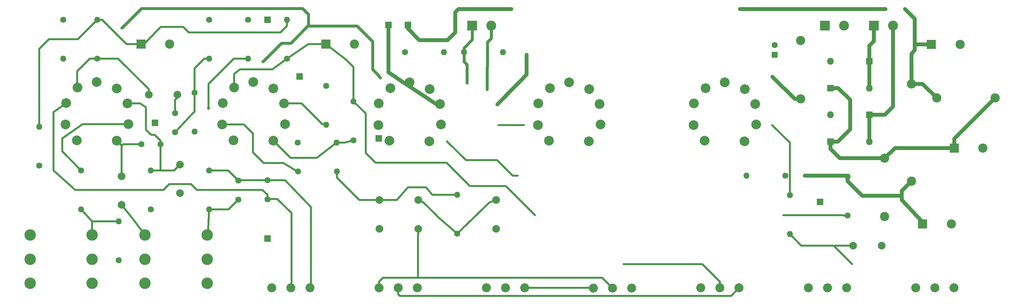
<source format=gtl>
G04 #@! TF.GenerationSoftware,KiCad,Pcbnew,(5.1.4)-1*
G04 #@! TF.CreationDate,2019-12-03T00:22:22+01:00*
G04 #@! TF.ProjectId,pp,70702e6b-6963-4616-945f-706362585858,rev?*
G04 #@! TF.SameCoordinates,Original*
G04 #@! TF.FileFunction,Copper,L1,Top*
G04 #@! TF.FilePolarity,Positive*
%FSLAX46Y46*%
G04 Gerber Fmt 4.6, Leading zero omitted, Abs format (unit mm)*
G04 Created by KiCad (PCBNEW (5.1.4)-1) date 2019-12-03 00:22:22*
%MOMM*%
%LPD*%
G04 APERTURE LIST*
%ADD10C,2.540000*%
%ADD11C,2.340000*%
%ADD12O,1.600000X1.600000*%
%ADD13C,1.600000*%
%ADD14O,2.400000X2.400000*%
%ADD15C,2.400000*%
%ADD16R,2.400000X2.400000*%
%ADD17C,3.000000*%
%ADD18C,2.000000*%
%ADD19C,2.600000*%
%ADD20R,2.600000X2.600000*%
%ADD21R,1.700000X1.700000*%
%ADD22R,1.800000X1.800000*%
%ADD23O,1.800000X1.800000*%
%ADD24R,1.600000X1.600000*%
%ADD25C,0.800000*%
%ADD26C,0.500000*%
%ADD27C,0.750000*%
%ADD28C,1.000000*%
G04 APERTURE END LIST*
D10*
X239144000Y-80419000D03*
X239394000Y-85796000D03*
X236398000Y-76542000D03*
X231140000Y-74788000D03*
X226136000Y-76288000D03*
X223136000Y-80292000D03*
X223013000Y-85923000D03*
X236347000Y-90170000D03*
X225933000Y-90043000D03*
D11*
X291000000Y-128500000D03*
X286000000Y-128500000D03*
X281000000Y-128500000D03*
X263000000Y-128500000D03*
X258000000Y-128500000D03*
X253000000Y-128500000D03*
D10*
X143637000Y-90043000D03*
X154051000Y-90170000D03*
X140717000Y-85923000D03*
X140840000Y-80292000D03*
X143840000Y-76288000D03*
X148844000Y-74788000D03*
X154102000Y-76542000D03*
X157098000Y-85796000D03*
X156848000Y-80419000D03*
D12*
X116840000Y-58420000D03*
D13*
X116840000Y-68580000D03*
D14*
X301752000Y-78867000D03*
D15*
X286512000Y-78867000D03*
D14*
X279908000Y-75184000D03*
D15*
X279908000Y-100584000D03*
D14*
X272923000Y-94615000D03*
D15*
X272923000Y-109855000D03*
X134500000Y-64770000D03*
D16*
X127000000Y-64770000D03*
D17*
X49800000Y-127300000D03*
X49800000Y-121000000D03*
X49800000Y-114700000D03*
X66000000Y-127300000D03*
X66000000Y-121000000D03*
X66000000Y-114700000D03*
X79800000Y-127300000D03*
X79800000Y-121000000D03*
X79800000Y-114700000D03*
X96000000Y-127300000D03*
X96000000Y-121000000D03*
X96000000Y-114700000D03*
D13*
X87630000Y-87804000D03*
X87630000Y-82804000D03*
X111760000Y-105330000D03*
X111760000Y-100330000D03*
D18*
X151130000Y-105530000D03*
X151130000Y-113030000D03*
X171450000Y-113037000D03*
X171450000Y-105537000D03*
X80765000Y-77978000D03*
X88265000Y-77978000D03*
X88900000Y-103766000D03*
X88900000Y-96266000D03*
X73660000Y-106814000D03*
X73660000Y-99314000D03*
X140970000Y-105530000D03*
X140970000Y-113030000D03*
D10*
X61976000Y-89916000D03*
X72390000Y-90043000D03*
X59056000Y-85796000D03*
X59179000Y-80165000D03*
X62179000Y-76161000D03*
X67183000Y-74661000D03*
X72441000Y-76415000D03*
X75437000Y-85669000D03*
X75187000Y-80292000D03*
D19*
X262302000Y-59944000D03*
D20*
X257302000Y-59944000D03*
D15*
X290329000Y-111760000D03*
D16*
X282829000Y-111760000D03*
D15*
X292615000Y-64897000D03*
D16*
X285115000Y-64897000D03*
D15*
X86240000Y-64770000D03*
D16*
X78740000Y-64770000D03*
D15*
X298584000Y-91948000D03*
D16*
X291084000Y-91948000D03*
D21*
X143383000Y-59817000D03*
X111760000Y-115570000D03*
X140843000Y-89408000D03*
X148428000Y-59817000D03*
D10*
X116081000Y-80293000D03*
X116331000Y-85670000D03*
X113335000Y-76416000D03*
X108077000Y-74662000D03*
X103073000Y-76162000D03*
X100073000Y-80166000D03*
X99950000Y-85797000D03*
X113284000Y-90044000D03*
X102870000Y-89917000D03*
D13*
X78867000Y-90932000D03*
X83867000Y-90932000D03*
X104140000Y-105410000D03*
X104140000Y-100410000D03*
D22*
X258789999Y-90264000D03*
D23*
X268949999Y-90264000D03*
X258789999Y-83279000D03*
D22*
X268949999Y-83279000D03*
X258789999Y-76294000D03*
D23*
X268949999Y-76294000D03*
X258789999Y-69309000D03*
D22*
X268949999Y-69309000D03*
D12*
X72898000Y-111125000D03*
D13*
X72898000Y-121285000D03*
D12*
X63119000Y-107950000D03*
D13*
X63119000Y-97790000D03*
D12*
X81280000Y-97790000D03*
D13*
X81280000Y-107950000D03*
X52197000Y-96520000D03*
D12*
X52197000Y-86360000D03*
D13*
X96520000Y-97790000D03*
D12*
X96520000Y-107950000D03*
X58420000Y-68580000D03*
D13*
X58420000Y-58420000D03*
D12*
X67310000Y-58420000D03*
D13*
X67310000Y-68580000D03*
X92710000Y-77470000D03*
D12*
X92710000Y-87630000D03*
D13*
X96520000Y-58420000D03*
D12*
X96520000Y-68580000D03*
X127127000Y-85852000D03*
D13*
X127127000Y-75692000D03*
D12*
X134239000Y-79756000D03*
D13*
X134239000Y-89916000D03*
D12*
X263271000Y-99441000D03*
D13*
X263271000Y-109601000D03*
X106680000Y-58420000D03*
D12*
X106680000Y-68580000D03*
D13*
X161290000Y-114300000D03*
D12*
X161290000Y-104140000D03*
D13*
X248158000Y-104267000D03*
D12*
X248158000Y-114427000D03*
X236855000Y-99187000D03*
D13*
X247015000Y-99187000D03*
D12*
X157861000Y-66929000D03*
D13*
X147701000Y-66929000D03*
X163068000Y-66929000D03*
D12*
X173228000Y-66929000D03*
D10*
X185293000Y-90043000D03*
X195707000Y-90170000D03*
X182373000Y-85923000D03*
X182496000Y-80292000D03*
X185496000Y-76288000D03*
X190500000Y-74788000D03*
X195758000Y-76542000D03*
X198754000Y-85796000D03*
X198504000Y-80419000D03*
D19*
X275129000Y-59944000D03*
D20*
X270129000Y-59944000D03*
X165227000Y-59944000D03*
D19*
X170227000Y-59944000D03*
D21*
X256032000Y-106045000D03*
D18*
X264668000Y-117418959D03*
X272168000Y-117418959D03*
D21*
X111760000Y-58420000D03*
X82423000Y-85344000D03*
X120142000Y-73279000D03*
D13*
X119634000Y-90551000D03*
D12*
X129794000Y-90551000D03*
D13*
X119761000Y-98044000D03*
D12*
X129921000Y-98044000D03*
D11*
X206900000Y-128524000D03*
X201900000Y-128524000D03*
X196900000Y-128524000D03*
X122900000Y-128500000D03*
X117900000Y-128500000D03*
X112900000Y-128500000D03*
X224900000Y-128500000D03*
X229900000Y-128500000D03*
X234900000Y-128500000D03*
X178910000Y-128500000D03*
X173910000Y-128500000D03*
X168910000Y-128500000D03*
X140900000Y-128500000D03*
X145900000Y-128500000D03*
X150900000Y-128500000D03*
D24*
X244221000Y-67564000D03*
D13*
X244221000Y-65064000D03*
D15*
X250952000Y-63881000D03*
D14*
X250952000Y-79121000D03*
D25*
X73787000Y-60579000D03*
X110617000Y-69342000D03*
X141250564Y-73603666D03*
X96393000Y-81534000D03*
D26*
X197076000Y-128500000D02*
X197100000Y-128524000D01*
X178910000Y-128500000D02*
X197076000Y-128500000D01*
D27*
X150900000Y-113260000D02*
X151130000Y-113030000D01*
D26*
X199176000Y-125800000D02*
X201900000Y-128524000D01*
X140900000Y-126829000D02*
X140900000Y-128500000D01*
X141929000Y-125800000D02*
X140900000Y-126829000D01*
X151060000Y-114514213D02*
X151060000Y-125800000D01*
X151130000Y-114444213D02*
X151060000Y-114514213D01*
X151130000Y-113030000D02*
X151130000Y-114444213D01*
X141929000Y-125800000D02*
X151060000Y-125800000D01*
X151060000Y-125800000D02*
X199176000Y-125800000D01*
X76708000Y-110617000D02*
X73660000Y-106814000D01*
X79800000Y-114700000D02*
X76708000Y-110617000D01*
X73660000Y-99314000D02*
X73659999Y-91312999D01*
X73659999Y-91312999D02*
X72390000Y-90043000D01*
X74040998Y-90932000D02*
X73659999Y-91312999D01*
X78867000Y-90932000D02*
X74040998Y-90932000D01*
X83820000Y-97790000D02*
X83820000Y-90043000D01*
X83820000Y-90043000D02*
X82296000Y-88519000D01*
X78514651Y-80292651D02*
X75187000Y-80292000D01*
X80010000Y-81280000D02*
X78514651Y-80292651D01*
X80010000Y-87122000D02*
X80010000Y-81280000D01*
X82296000Y-88519000D02*
X81407000Y-88519000D01*
X81407000Y-88519000D02*
X80010000Y-87122000D01*
X87376000Y-97790000D02*
X88900000Y-96266000D01*
X81280000Y-97790000D02*
X87376000Y-97790000D01*
X101600000Y-107950000D02*
X104140000Y-105410000D01*
X96520000Y-107950000D02*
X101600000Y-107950000D01*
X96520000Y-107950000D02*
X96210000Y-114700000D01*
X101520000Y-97790000D02*
X96520000Y-97790000D01*
X104140000Y-100410000D02*
X101520000Y-97790000D01*
X104220000Y-100330000D02*
X104140000Y-100410000D01*
X111760000Y-100330000D02*
X104220000Y-100330000D01*
X116332000Y-100330000D02*
X111760000Y-100330000D01*
X123142000Y-128500000D02*
X123142000Y-107394000D01*
X123142000Y-107394000D02*
X116332000Y-100330000D01*
X118030000Y-108919000D02*
X118030000Y-128500000D01*
X111760000Y-105283000D02*
X114427000Y-105283000D01*
X114427000Y-105316000D02*
X118030000Y-108919000D01*
X114427000Y-105283000D02*
X114427000Y-105316000D01*
X111760000Y-104198630D02*
X111760000Y-105330000D01*
X110431370Y-102870000D02*
X111760000Y-104198630D01*
X93345000Y-102870000D02*
X110431370Y-102870000D01*
X91821000Y-101346000D02*
X93345000Y-102870000D01*
X55880000Y-82550000D02*
X55880000Y-97790000D01*
X59250000Y-80166000D02*
X55880000Y-82550000D01*
X55880000Y-97790000D02*
X61595000Y-102870000D01*
X61595000Y-102870000D02*
X84582000Y-102870000D01*
X84582000Y-102870000D02*
X86106000Y-101346000D01*
X86106000Y-101346000D02*
X91821000Y-101346000D01*
X87630000Y-79375000D02*
X87630000Y-82550000D01*
X87630000Y-79375000D02*
X89027000Y-77978000D01*
X65405000Y-68580000D02*
X67310000Y-68580000D01*
X62103000Y-76162000D02*
X62103000Y-71882000D01*
X62103000Y-71882000D02*
X65405000Y-68580000D01*
X68441370Y-68580000D02*
X67310000Y-68580000D01*
X72781213Y-68580000D02*
X68441370Y-68580000D01*
X80765000Y-76563787D02*
X72781213Y-68580000D01*
X80765000Y-77978000D02*
X80765000Y-76563787D01*
D28*
X175463009Y-55635010D02*
X175453999Y-55635010D01*
X174888010Y-55635010D02*
X174880010Y-55627010D01*
X175463009Y-55635010D02*
X174888010Y-55635010D01*
X175463009Y-55635010D02*
X175471009Y-55627010D01*
X280797000Y-58166000D02*
X278258010Y-55627010D01*
X235161009Y-55627010D02*
X273178010Y-55627010D01*
X174253010Y-55635010D02*
X174888010Y-55635010D01*
X174245010Y-55627010D02*
X174253010Y-55635010D01*
X161669990Y-55627010D02*
X174245010Y-55627010D01*
X148428000Y-60763000D02*
X151419000Y-63754000D01*
X148428000Y-59817000D02*
X148428000Y-60763000D01*
X151419000Y-63754000D02*
X158750000Y-63754000D01*
X158750000Y-63754000D02*
X160782000Y-61722000D01*
X160782000Y-61722000D02*
X160782000Y-56515000D01*
X160782000Y-56515000D02*
X161669990Y-55627010D01*
X279908000Y-67310000D02*
X279908000Y-75184000D01*
X280797000Y-66421000D02*
X279908000Y-67310000D01*
X282829000Y-75184000D02*
X286512000Y-78867000D01*
X279908000Y-75184000D02*
X282829000Y-75184000D01*
X282915000Y-64897000D02*
X280797000Y-64897000D01*
X285115000Y-64897000D02*
X282915000Y-64897000D01*
X280797000Y-66421000D02*
X280797000Y-64897000D01*
X280797000Y-64897000D02*
X280797000Y-58166000D01*
D26*
X92710000Y-71120000D02*
X95250000Y-68580000D01*
X92710000Y-77470000D02*
X92710000Y-71120000D01*
X95250000Y-68580000D02*
X96520000Y-68580000D01*
X92710000Y-82470000D02*
X92710000Y-77470000D01*
X92416000Y-82764000D02*
X92710000Y-82470000D01*
X87630000Y-87804000D02*
X92416000Y-82764000D01*
D28*
X267092630Y-104394000D02*
X277368000Y-104394000D01*
X263271000Y-99441000D02*
X263271000Y-100572370D01*
X263271000Y-100572370D02*
X267092630Y-104394000D01*
X263017000Y-99187000D02*
X263271000Y-99441000D01*
X252095000Y-99187000D02*
X263017000Y-99187000D01*
X277368000Y-105496000D02*
X277368000Y-104394000D01*
X282829000Y-111252000D02*
X277368000Y-105496000D01*
X277368000Y-103124000D02*
X279908000Y-100584000D01*
X277368000Y-104394000D02*
X277368000Y-103124000D01*
D26*
X169672000Y-106172000D02*
X171450000Y-105537000D01*
X161290000Y-114300000D02*
X169672000Y-106172000D01*
X152544213Y-106172000D02*
X156083000Y-109710787D01*
X151130000Y-105530000D02*
X152544213Y-106172000D01*
X161290000Y-114300000D02*
X156083000Y-109728000D01*
X154813000Y-104140000D02*
X161290000Y-104140000D01*
X153162000Y-102235000D02*
X154813000Y-104140000D01*
X145535000Y-105530000D02*
X148463000Y-102235000D01*
X148463000Y-102235000D02*
X153162000Y-102235000D01*
X140970000Y-105530000D02*
X145535000Y-105530000D01*
X139555787Y-105530000D02*
X140970000Y-105530000D01*
X135767630Y-105530000D02*
X139555787Y-105530000D01*
X129921000Y-99683370D02*
X135767630Y-105530000D01*
X129921000Y-98552000D02*
X129921000Y-99683370D01*
D28*
X268949999Y-90264000D02*
X268949999Y-83279000D01*
X272956000Y-83279000D02*
X268949999Y-83279000D01*
X275129000Y-59944000D02*
X275129000Y-81106000D01*
X275129000Y-81106000D02*
X272956000Y-83279000D01*
X268949999Y-76294000D02*
X268949999Y-69309000D01*
X268949999Y-69309000D02*
X268949999Y-65187001D01*
X270129000Y-64008000D02*
X270129000Y-59944000D01*
X268949999Y-65187001D02*
X270129000Y-64008000D01*
X143383000Y-72136000D02*
X143383000Y-59817000D01*
X155826000Y-80419000D02*
X147061473Y-74680527D01*
X147061473Y-74680527D02*
X143383000Y-72136000D01*
D26*
X145900000Y-130154629D02*
X145902629Y-130154629D01*
X145900000Y-128500000D02*
X145900000Y-130154629D01*
X145902629Y-130154629D02*
X146304000Y-130556000D01*
X146304000Y-130556000D02*
X232844000Y-130556000D01*
X232844000Y-130556000D02*
X234900000Y-128500000D01*
X63119000Y-97790000D02*
X58166000Y-92837000D01*
X63556000Y-85669000D02*
X75437000Y-85669000D01*
X58166000Y-89408000D02*
X63556000Y-85669000D01*
X58166000Y-92837000D02*
X58166000Y-89408000D01*
X127000000Y-85725000D02*
X127127000Y-85852000D01*
X126111000Y-85725000D02*
X127000000Y-85725000D01*
X116081000Y-80293000D02*
X120679000Y-80293000D01*
X120679000Y-80293000D02*
X126111000Y-85725000D01*
X131953000Y-90551000D02*
X134239000Y-89916000D01*
X129794000Y-90551000D02*
X131953000Y-90551000D01*
X114553999Y-91313999D02*
X113284000Y-90044000D01*
X117759990Y-94519990D02*
X114553999Y-91313999D01*
X129794000Y-90551000D02*
X124618990Y-94519990D01*
X124618990Y-94519990D02*
X117759990Y-94519990D01*
X163576000Y-95123000D02*
X158623000Y-90170000D01*
X171704000Y-95123000D02*
X163576000Y-95123000D01*
X175768000Y-99187000D02*
X171704000Y-95123000D01*
X175768000Y-99187000D02*
X177165000Y-99187000D01*
X66400000Y-114300000D02*
X66000000Y-114700000D01*
X66000000Y-114700000D02*
X66000000Y-111720000D01*
X66040000Y-111125000D02*
X66000000Y-111085000D01*
X72898000Y-111125000D02*
X66040000Y-111125000D01*
X66000000Y-111720000D02*
X66000000Y-111085000D01*
X66000000Y-111085000D02*
X63119000Y-107950000D01*
D28*
X260825000Y-76294000D02*
X258789999Y-76294000D01*
X263906000Y-79375000D02*
X260825000Y-76294000D01*
X263906000Y-87047999D02*
X263906000Y-79375000D01*
X258789999Y-90264000D02*
X260689999Y-90264000D01*
X260689999Y-90264000D02*
X263906000Y-87047999D01*
X261240999Y-94615000D02*
X272923000Y-94615000D01*
X258789999Y-90264000D02*
X258789999Y-92164000D01*
X258789999Y-92164000D02*
X261240999Y-94615000D01*
X275590000Y-91948000D02*
X291084000Y-91948000D01*
X272923000Y-94615000D02*
X275590000Y-91948000D01*
X291084000Y-89535000D02*
X301752000Y-78867000D01*
X291084000Y-91948000D02*
X291084000Y-89535000D01*
D26*
X104546000Y-71374000D02*
X113030000Y-71374000D01*
X122428000Y-64770000D02*
X127000000Y-64770000D01*
X116840000Y-68580000D02*
X122428000Y-64770000D01*
X103073000Y-72593000D02*
X104546000Y-71374000D01*
X103073000Y-76162000D02*
X103073000Y-72593000D01*
X113030000Y-71374000D02*
X116840000Y-68580000D01*
X132158396Y-68755604D02*
X127000000Y-64770000D01*
X134239000Y-79756000D02*
X134239000Y-70836208D01*
X164592000Y-101854000D02*
X158559500Y-95758000D01*
X139954000Y-95758000D02*
X137414000Y-93218000D01*
X158559500Y-95758000D02*
X139954000Y-95758000D01*
X137414000Y-93218000D02*
X137414000Y-82931000D01*
X137414000Y-82931000D02*
X134239000Y-79756000D01*
X262139630Y-109601000D02*
X262012630Y-109474000D01*
X263271000Y-109601000D02*
X262139630Y-109601000D01*
X262012630Y-109474000D02*
X246380000Y-109474000D01*
X181610000Y-109474000D02*
X173990000Y-101854000D01*
X173990000Y-101854000D02*
X164592000Y-101854000D01*
X134239000Y-70836208D02*
X132158396Y-68755604D01*
X54737000Y-63500000D02*
X52197000Y-66040000D01*
X52197000Y-66040000D02*
X52197000Y-86360000D01*
X62230000Y-63500000D02*
X54737000Y-63500000D01*
X67310000Y-58420000D02*
X62230000Y-63500000D01*
X116840000Y-60071000D02*
X116840000Y-58420000D01*
X115189000Y-61722000D02*
X116840000Y-60071000D01*
X91186000Y-61722000D02*
X115189000Y-61722000D01*
X89789000Y-60325000D02*
X91186000Y-61722000D01*
X83947000Y-60325000D02*
X89789000Y-60325000D01*
X68580000Y-58420000D02*
X74930000Y-64770000D01*
X67310000Y-58420000D02*
X68580000Y-58420000D01*
X74930000Y-64770000D02*
X79540000Y-64770000D01*
X79540000Y-64770000D02*
X82080000Y-62230000D01*
X82080000Y-62230000D02*
X82080000Y-62192000D01*
X82080000Y-62192000D02*
X83947000Y-60325000D01*
D27*
X165227000Y-61994000D02*
X165227000Y-59944000D01*
X163068000Y-66929000D02*
X163068000Y-65797630D01*
X163068000Y-65797630D02*
X165227000Y-63638630D01*
X165227000Y-63638630D02*
X165227000Y-61994000D01*
X163068000Y-66929000D02*
X163068000Y-69342000D01*
X163068000Y-69342000D02*
X163830000Y-70104000D01*
X163830000Y-70104000D02*
X163830000Y-74915000D01*
X135128000Y-60071000D02*
X122428000Y-60071000D01*
X139192000Y-64135000D02*
X135128000Y-60071000D01*
X122428000Y-57023000D02*
X120907010Y-55502010D01*
X122428000Y-60071000D02*
X122428000Y-57023000D01*
X120907010Y-55502010D02*
X95377000Y-55502010D01*
X95377000Y-55502010D02*
X78863990Y-55502010D01*
X78863990Y-55502010D02*
X73787000Y-60579000D01*
X122428000Y-60071000D02*
X122301000Y-60071000D01*
X122301000Y-60071000D02*
X117856000Y-64516000D01*
X117856000Y-64516000D02*
X115443000Y-64516000D01*
X115443000Y-64516000D02*
X110617000Y-69342000D01*
X140850565Y-73203667D02*
X140850565Y-73032565D01*
X141250564Y-73603666D02*
X140850565Y-73203667D01*
X139192000Y-71374000D02*
X139192000Y-64135000D01*
X140850565Y-73032565D02*
X139192000Y-71374000D01*
X170227000Y-63250000D02*
X170227000Y-59944000D01*
X169088000Y-76669000D02*
X169164000Y-65024000D01*
X169164000Y-64313000D02*
X170227000Y-63250000D01*
X169164000Y-65024000D02*
X169164000Y-64313000D01*
D26*
X178760000Y-85923000D02*
X172084000Y-85923000D01*
X248158000Y-104267000D02*
X248158000Y-90551000D01*
X248158000Y-90551000D02*
X243530000Y-85923000D01*
X251149959Y-117418959D02*
X264668000Y-117418959D01*
X248158000Y-114427000D02*
X251149959Y-117418959D01*
X229900000Y-126845371D02*
X225355629Y-122301000D01*
X229900000Y-128500000D02*
X229900000Y-126845371D01*
X264470041Y-122301000D02*
X259588000Y-117418959D01*
X225355629Y-122301000D02*
X204780041Y-122301000D01*
D28*
X173103999Y-79245001D02*
X174371000Y-77978000D01*
X171834000Y-80546000D02*
X173103999Y-79276001D01*
X173103999Y-79276001D02*
X173103999Y-79245001D01*
X178308000Y-73914000D02*
X173990000Y-78232000D01*
X249428000Y-79121000D02*
X243649500Y-73342500D01*
X178879500Y-73342500D02*
X179451000Y-72771000D01*
X179451000Y-72771000D02*
X179451000Y-67564000D01*
X178308000Y-73914000D02*
X178879500Y-73342500D01*
X249428000Y-79121000D02*
X250952000Y-79121000D01*
D26*
X96393000Y-75184000D02*
X102997000Y-68580000D01*
X102997000Y-68580000D02*
X105548630Y-68580000D01*
X105548630Y-68580000D02*
X106680000Y-68580000D01*
X96393000Y-81534000D02*
X96393000Y-75184000D01*
X119507000Y-98298000D02*
X119761000Y-98552000D01*
X115951000Y-95885000D02*
X120015000Y-98298000D01*
X110744000Y-95885000D02*
X115951000Y-95885000D01*
X107950000Y-93091000D02*
X110744000Y-95885000D01*
X107950000Y-88138000D02*
X107950000Y-93091000D01*
X99950000Y-85797000D02*
X105609000Y-85797000D01*
X105609000Y-85797000D02*
X107950000Y-88138000D01*
M02*

</source>
